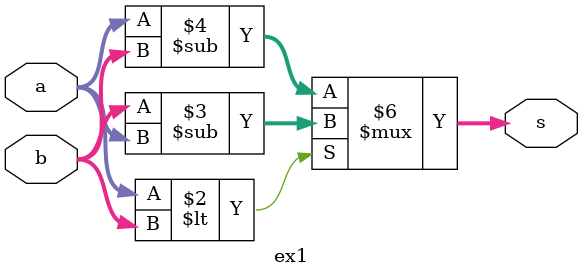
<source format=v>
module ex1(
input [3:0] a,b,
output reg [3:0] s
);

always @(a,b)
begin
	if(a<b)
		s = b-a;
	else
		s = a-b;
end
endmodule
</source>
